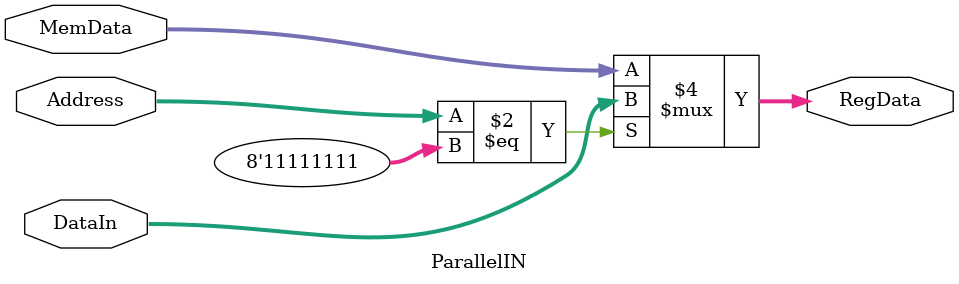
<source format=v>
module ParallelIN(
	input [7:0] MemData, Address,DataIn,
	output reg [7:0] RegData

);

always@(*) begin
	if(Address == 8'hFF)begin
			RegData = DataIn;
	end
	else begin
		RegData = MemData;
	end
	end
endmodule
</source>
